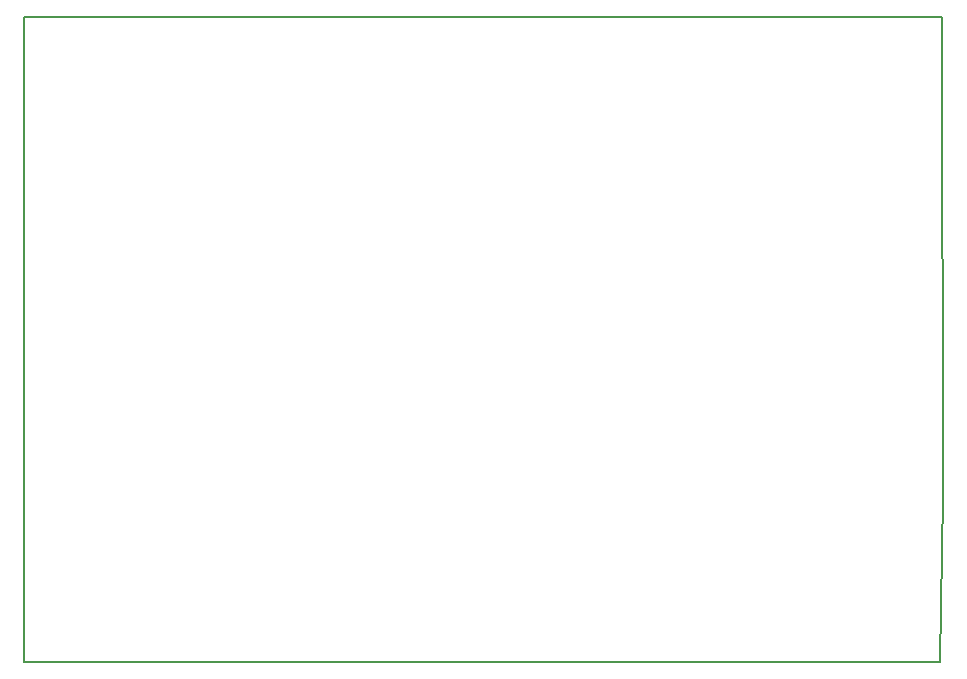
<source format=gbr>
G04 #@! TF.GenerationSoftware,KiCad,Pcbnew,(5.0.1-3-g963ef8bb5)*
G04 #@! TF.CreationDate,2019-04-17T19:13:41-07:00*
G04 #@! TF.ProjectId,wireless_proj,776972656C6573735F70726F6A2E6B69,rev?*
G04 #@! TF.SameCoordinates,Original*
G04 #@! TF.FileFunction,Profile,NP*
%FSLAX46Y46*%
G04 Gerber Fmt 4.6, Leading zero omitted, Abs format (unit mm)*
G04 Created by KiCad (PCBNEW (5.0.1-3-g963ef8bb5)) date 2019 April 17, Wednesday 19:13:41*
%MOMM*%
%LPD*%
G01*
G04 APERTURE LIST*
%ADD10C,0.150000*%
G04 APERTURE END LIST*
D10*
X177927000Y-120650000D02*
X178181000Y-106680000D01*
X100330000Y-120650000D02*
X177927000Y-120650000D01*
X178054000Y-66040000D02*
X178181000Y-106680000D01*
X100330000Y-66040000D02*
X178054000Y-66040000D01*
X100330000Y-66040000D02*
X100330000Y-120650000D01*
M02*

</source>
